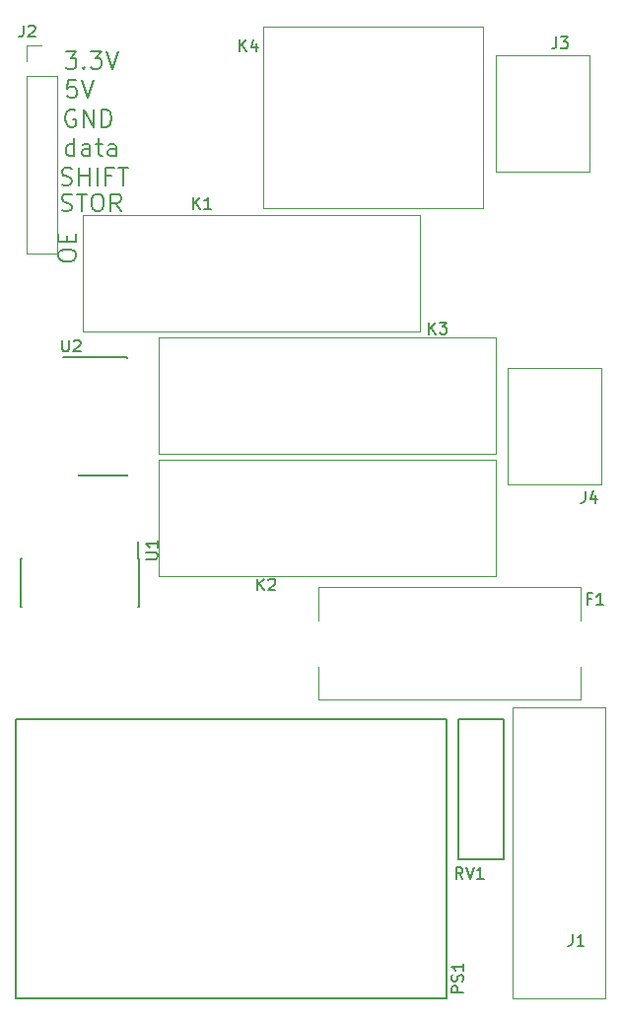
<source format=gbr>
G04 #@! TF.GenerationSoftware,KiCad,Pcbnew,5.0.2+dfsg1-1~bpo9+1*
G04 #@! TF.CreationDate,2019-02-03T14:49:37+01:00*
G04 #@! TF.ProjectId,rollershutter-light-control,726f6c6c-6572-4736-9875-747465722d6c,rev?*
G04 #@! TF.SameCoordinates,Original*
G04 #@! TF.FileFunction,Legend,Top*
G04 #@! TF.FilePolarity,Positive*
%FSLAX46Y46*%
G04 Gerber Fmt 4.6, Leading zero omitted, Abs format (unit mm)*
G04 Created by KiCad (PCBNEW 5.0.2+dfsg1-1~bpo9+1) date Sun 03 Feb 2019 02:49:37 PM CET*
%MOMM*%
%LPD*%
G01*
G04 APERTURE LIST*
%ADD10C,0.200000*%
%ADD11C,0.100000*%
%ADD12C,0.150000*%
%ADD13C,0.120000*%
G04 APERTURE END LIST*
D10*
X214714285Y-80607142D02*
X214928571Y-80678571D01*
X215285714Y-80678571D01*
X215428571Y-80607142D01*
X215500000Y-80535714D01*
X215571428Y-80392857D01*
X215571428Y-80250000D01*
X215500000Y-80107142D01*
X215428571Y-80035714D01*
X215285714Y-79964285D01*
X215000000Y-79892857D01*
X214857142Y-79821428D01*
X214785714Y-79750000D01*
X214714285Y-79607142D01*
X214714285Y-79464285D01*
X214785714Y-79321428D01*
X214857142Y-79250000D01*
X215000000Y-79178571D01*
X215357142Y-79178571D01*
X215571428Y-79250000D01*
X216214285Y-80678571D02*
X216214285Y-79178571D01*
X216214285Y-79892857D02*
X217071428Y-79892857D01*
X217071428Y-80678571D02*
X217071428Y-79178571D01*
X217785714Y-80678571D02*
X217785714Y-79178571D01*
X219000000Y-79892857D02*
X218500000Y-79892857D01*
X218500000Y-80678571D02*
X218500000Y-79178571D01*
X219214285Y-79178571D01*
X219571428Y-79178571D02*
X220428571Y-79178571D01*
X220000000Y-80678571D02*
X220000000Y-79178571D01*
X214714285Y-82857142D02*
X214928571Y-82928571D01*
X215285714Y-82928571D01*
X215428571Y-82857142D01*
X215500000Y-82785714D01*
X215571428Y-82642857D01*
X215571428Y-82500000D01*
X215500000Y-82357142D01*
X215428571Y-82285714D01*
X215285714Y-82214285D01*
X215000000Y-82142857D01*
X214857142Y-82071428D01*
X214785714Y-82000000D01*
X214714285Y-81857142D01*
X214714285Y-81714285D01*
X214785714Y-81571428D01*
X214857142Y-81500000D01*
X215000000Y-81428571D01*
X215357142Y-81428571D01*
X215571428Y-81500000D01*
X216000000Y-81428571D02*
X216857142Y-81428571D01*
X216428571Y-82928571D02*
X216428571Y-81428571D01*
X217642857Y-81428571D02*
X217928571Y-81428571D01*
X218071428Y-81500000D01*
X218214285Y-81642857D01*
X218285714Y-81928571D01*
X218285714Y-82428571D01*
X218214285Y-82714285D01*
X218071428Y-82857142D01*
X217928571Y-82928571D01*
X217642857Y-82928571D01*
X217500000Y-82857142D01*
X217357142Y-82714285D01*
X217285714Y-82428571D01*
X217285714Y-81928571D01*
X217357142Y-81642857D01*
X217500000Y-81500000D01*
X217642857Y-81428571D01*
X219785714Y-82928571D02*
X219285714Y-82214285D01*
X218928571Y-82928571D02*
X218928571Y-81428571D01*
X219500000Y-81428571D01*
X219642857Y-81500000D01*
X219714285Y-81571428D01*
X219785714Y-81714285D01*
X219785714Y-81928571D01*
X219714285Y-82071428D01*
X219642857Y-82142857D01*
X219500000Y-82214285D01*
X218928571Y-82214285D01*
X214428571Y-86821428D02*
X214428571Y-86535714D01*
X214500000Y-86392857D01*
X214642857Y-86250000D01*
X214928571Y-86178571D01*
X215428571Y-86178571D01*
X215714285Y-86250000D01*
X215857142Y-86392857D01*
X215928571Y-86535714D01*
X215928571Y-86821428D01*
X215857142Y-86964285D01*
X215714285Y-87107142D01*
X215428571Y-87178571D01*
X214928571Y-87178571D01*
X214642857Y-87107142D01*
X214500000Y-86964285D01*
X214428571Y-86821428D01*
X215142857Y-85535714D02*
X215142857Y-85035714D01*
X215928571Y-84821428D02*
X215928571Y-85535714D01*
X214428571Y-85535714D01*
X214428571Y-84821428D01*
X215785714Y-78178571D02*
X215785714Y-76678571D01*
X215785714Y-78107142D02*
X215642857Y-78178571D01*
X215357142Y-78178571D01*
X215214285Y-78107142D01*
X215142857Y-78035714D01*
X215071428Y-77892857D01*
X215071428Y-77464285D01*
X215142857Y-77321428D01*
X215214285Y-77250000D01*
X215357142Y-77178571D01*
X215642857Y-77178571D01*
X215785714Y-77250000D01*
X217142857Y-78178571D02*
X217142857Y-77392857D01*
X217071428Y-77250000D01*
X216928571Y-77178571D01*
X216642857Y-77178571D01*
X216500000Y-77250000D01*
X217142857Y-78107142D02*
X217000000Y-78178571D01*
X216642857Y-78178571D01*
X216500000Y-78107142D01*
X216428571Y-77964285D01*
X216428571Y-77821428D01*
X216500000Y-77678571D01*
X216642857Y-77607142D01*
X217000000Y-77607142D01*
X217142857Y-77535714D01*
X217642857Y-77178571D02*
X218214285Y-77178571D01*
X217857142Y-76678571D02*
X217857142Y-77964285D01*
X217928571Y-78107142D01*
X218071428Y-78178571D01*
X218214285Y-78178571D01*
X219357142Y-78178571D02*
X219357142Y-77392857D01*
X219285714Y-77250000D01*
X219142857Y-77178571D01*
X218857142Y-77178571D01*
X218714285Y-77250000D01*
X219357142Y-78107142D02*
X219214285Y-78178571D01*
X218857142Y-78178571D01*
X218714285Y-78107142D01*
X218642857Y-77964285D01*
X218642857Y-77821428D01*
X218714285Y-77678571D01*
X218857142Y-77607142D01*
X219214285Y-77607142D01*
X219357142Y-77535714D01*
X215857142Y-74250000D02*
X215714285Y-74178571D01*
X215500000Y-74178571D01*
X215285714Y-74250000D01*
X215142857Y-74392857D01*
X215071428Y-74535714D01*
X215000000Y-74821428D01*
X215000000Y-75035714D01*
X215071428Y-75321428D01*
X215142857Y-75464285D01*
X215285714Y-75607142D01*
X215500000Y-75678571D01*
X215642857Y-75678571D01*
X215857142Y-75607142D01*
X215928571Y-75535714D01*
X215928571Y-75035714D01*
X215642857Y-75035714D01*
X216571428Y-75678571D02*
X216571428Y-74178571D01*
X217428571Y-75678571D01*
X217428571Y-74178571D01*
X218142857Y-75678571D02*
X218142857Y-74178571D01*
X218500000Y-74178571D01*
X218714285Y-74250000D01*
X218857142Y-74392857D01*
X218928571Y-74535714D01*
X219000000Y-74821428D01*
X219000000Y-75035714D01*
X218928571Y-75321428D01*
X218857142Y-75464285D01*
X218714285Y-75607142D01*
X218500000Y-75678571D01*
X218142857Y-75678571D01*
X215964285Y-71678571D02*
X215250000Y-71678571D01*
X215178571Y-72392857D01*
X215250000Y-72321428D01*
X215392857Y-72250000D01*
X215750000Y-72250000D01*
X215892857Y-72321428D01*
X215964285Y-72392857D01*
X216035714Y-72535714D01*
X216035714Y-72892857D01*
X215964285Y-73035714D01*
X215892857Y-73107142D01*
X215750000Y-73178571D01*
X215392857Y-73178571D01*
X215250000Y-73107142D01*
X215178571Y-73035714D01*
X216464285Y-71678571D02*
X216964285Y-73178571D01*
X217464285Y-71678571D01*
X215035714Y-69178571D02*
X215964285Y-69178571D01*
X215464285Y-69750000D01*
X215678571Y-69750000D01*
X215821428Y-69821428D01*
X215892857Y-69892857D01*
X215964285Y-70035714D01*
X215964285Y-70392857D01*
X215892857Y-70535714D01*
X215821428Y-70607142D01*
X215678571Y-70678571D01*
X215250000Y-70678571D01*
X215107142Y-70607142D01*
X215035714Y-70535714D01*
X216607142Y-70535714D02*
X216678571Y-70607142D01*
X216607142Y-70678571D01*
X216535714Y-70607142D01*
X216607142Y-70535714D01*
X216607142Y-70678571D01*
X217178571Y-69178571D02*
X218107142Y-69178571D01*
X217607142Y-69750000D01*
X217821428Y-69750000D01*
X217964285Y-69821428D01*
X218035714Y-69892857D01*
X218107142Y-70035714D01*
X218107142Y-70392857D01*
X218035714Y-70535714D01*
X217964285Y-70607142D01*
X217821428Y-70678571D01*
X217392857Y-70678571D01*
X217250000Y-70607142D01*
X217178571Y-70535714D01*
X218535714Y-69178571D02*
X219035714Y-70678571D01*
X219535714Y-69178571D01*
D11*
G04 #@! TO.C,K4*
X232000000Y-74250000D02*
X232000000Y-67250000D01*
X232000000Y-82250000D02*
X232000000Y-74250000D01*
X232000000Y-67050000D02*
X232000000Y-67250000D01*
X250500000Y-82650000D02*
X249400000Y-82650000D01*
X232000000Y-67050000D02*
X250500000Y-67050000D01*
X232000000Y-82250000D02*
X232000000Y-82650000D01*
X249500000Y-82650000D02*
X232000000Y-82650000D01*
X250700000Y-82650000D02*
X250400000Y-82650000D01*
X250500000Y-67050000D02*
X250700000Y-67050000D01*
X250900000Y-82650000D02*
X250700000Y-82650000D01*
X250900000Y-67050000D02*
X250900000Y-82650000D01*
X250700000Y-67050000D02*
X250900000Y-67050000D01*
D12*
G04 #@! TO.C,PS1*
X247750000Y-126500000D02*
X247750000Y-150500000D01*
X216750000Y-126500000D02*
X247750000Y-126500000D01*
X210750000Y-126500000D02*
X216750000Y-126500000D01*
X210750000Y-150500000D02*
X210750000Y-126500000D01*
X247750000Y-150500000D02*
X210750000Y-150500000D01*
D13*
G04 #@! TO.C,J2*
X211670000Y-68670000D02*
X213000000Y-68670000D01*
X211670000Y-70000000D02*
X211670000Y-68670000D01*
X211670000Y-71270000D02*
X214330000Y-71270000D01*
X214330000Y-71270000D02*
X214330000Y-86570000D01*
X211670000Y-71270000D02*
X211670000Y-86570000D01*
X211670000Y-86570000D02*
X214330000Y-86570000D01*
D12*
G04 #@! TO.C,U2*
X216175000Y-95450000D02*
X214800000Y-95450000D01*
X216175000Y-105575000D02*
X220325000Y-105575000D01*
X216175000Y-95425000D02*
X220325000Y-95425000D01*
X216175000Y-105575000D02*
X216175000Y-105470000D01*
X220325000Y-105575000D02*
X220325000Y-105470000D01*
X220325000Y-95425000D02*
X220325000Y-95530000D01*
X216175000Y-95425000D02*
X216175000Y-95450000D01*
G04 #@! TO.C,U1*
X221300000Y-112675000D02*
X221300000Y-111300000D01*
X211175000Y-112675000D02*
X211175000Y-116825000D01*
X221325000Y-112675000D02*
X221325000Y-116825000D01*
X211175000Y-112675000D02*
X211280000Y-112675000D01*
X211175000Y-116825000D02*
X211280000Y-116825000D01*
X221325000Y-116825000D02*
X221220000Y-116825000D01*
X221325000Y-112675000D02*
X221300000Y-112675000D01*
D13*
G04 #@! TO.C,F1*
X236750000Y-124800000D02*
X236750000Y-122000000D01*
X236750000Y-124800000D02*
X259250000Y-124800000D01*
X236750000Y-115200000D02*
X259250000Y-115200000D01*
X236750000Y-118000000D02*
X236750000Y-115200000D01*
X259250000Y-118000000D02*
X259250000Y-115200000D01*
X259250000Y-124800000D02*
X259250000Y-122000000D01*
D11*
G04 #@! TO.C,K3*
X223000000Y-103750000D02*
X223000000Y-101750000D01*
X252000000Y-103750000D02*
X223000000Y-103750000D01*
X252000000Y-93750000D02*
X252000000Y-103750000D01*
X223000000Y-93750000D02*
X252000000Y-93750000D01*
X223000000Y-93750000D02*
X223000000Y-101750000D01*
G04 #@! TO.C,K2*
X223000000Y-114250000D02*
X223000000Y-112250000D01*
X252000000Y-114250000D02*
X223000000Y-114250000D01*
X252000000Y-104250000D02*
X252000000Y-114250000D01*
X223000000Y-104250000D02*
X252000000Y-104250000D01*
X223000000Y-104250000D02*
X223000000Y-112250000D01*
G04 #@! TO.C,K1*
X216500000Y-93250000D02*
X216500000Y-91250000D01*
X245500000Y-93250000D02*
X216500000Y-93250000D01*
X245500000Y-83250000D02*
X245500000Y-93250000D01*
X216500000Y-83250000D02*
X245500000Y-83250000D01*
X216500000Y-83250000D02*
X216500000Y-91250000D01*
D12*
G04 #@! TO.C,RV1*
X248750000Y-138500000D02*
X252650000Y-138500000D01*
X248750000Y-126500000D02*
X252650000Y-126500000D01*
X248750000Y-138500000D02*
X248750000Y-126500000D01*
X252650000Y-138500000D02*
X252650000Y-126500000D01*
D11*
G04 #@! TO.C,J4*
X261050000Y-103850000D02*
X261050000Y-98850000D01*
X261050000Y-106350000D02*
X261050000Y-103350000D01*
X257550000Y-106350000D02*
X261050000Y-106350000D01*
X261050000Y-96350000D02*
X261050000Y-98850000D01*
X257550000Y-96350000D02*
X261050000Y-96350000D01*
X253050000Y-103350000D02*
X253050000Y-96350000D01*
X253050000Y-102850000D02*
X253050000Y-106350000D01*
X253050000Y-96350000D02*
X257550000Y-96350000D01*
X253050000Y-106350000D02*
X257800000Y-106350000D01*
G04 #@! TO.C,J3*
X260000000Y-77000000D02*
X260000000Y-72000000D01*
X260000000Y-79500000D02*
X260000000Y-76500000D01*
X256500000Y-79500000D02*
X260000000Y-79500000D01*
X260000000Y-69500000D02*
X260000000Y-72000000D01*
X256500000Y-69500000D02*
X260000000Y-69500000D01*
X252000000Y-76500000D02*
X252000000Y-69500000D01*
X252000000Y-76000000D02*
X252000000Y-79500000D01*
X252000000Y-69500000D02*
X256500000Y-69500000D01*
X252000000Y-79500000D02*
X256750000Y-79500000D01*
G04 #@! TO.C,J1*
X261400000Y-148000000D02*
X261400000Y-143000000D01*
X261400000Y-150500000D02*
X261400000Y-147500000D01*
X257900000Y-150500000D02*
X261400000Y-150500000D01*
X261400000Y-140500000D02*
X261400000Y-143000000D01*
X261400000Y-125500000D02*
X257900000Y-125500000D01*
X261400000Y-140500000D02*
X261400000Y-125500000D01*
X253400000Y-138000000D02*
X253400000Y-125500000D01*
X253400000Y-125500000D02*
X257900000Y-125500000D01*
X253400000Y-138000000D02*
X253400000Y-150500000D01*
X253400000Y-150500000D02*
X258400000Y-150500000D01*
G04 #@! TO.C,K4*
D12*
X230011904Y-69202380D02*
X230011904Y-68202380D01*
X230583333Y-69202380D02*
X230154761Y-68630952D01*
X230583333Y-68202380D02*
X230011904Y-68773809D01*
X231440476Y-68535714D02*
X231440476Y-69202380D01*
X231202380Y-68154761D02*
X230964285Y-68869047D01*
X231583333Y-68869047D01*
G04 #@! TO.C,PS1*
X249202380Y-149964285D02*
X248202380Y-149964285D01*
X248202380Y-149583333D01*
X248250000Y-149488095D01*
X248297619Y-149440476D01*
X248392857Y-149392857D01*
X248535714Y-149392857D01*
X248630952Y-149440476D01*
X248678571Y-149488095D01*
X248726190Y-149583333D01*
X248726190Y-149964285D01*
X249154761Y-149011904D02*
X249202380Y-148869047D01*
X249202380Y-148630952D01*
X249154761Y-148535714D01*
X249107142Y-148488095D01*
X249011904Y-148440476D01*
X248916666Y-148440476D01*
X248821428Y-148488095D01*
X248773809Y-148535714D01*
X248726190Y-148630952D01*
X248678571Y-148821428D01*
X248630952Y-148916666D01*
X248583333Y-148964285D01*
X248488095Y-149011904D01*
X248392857Y-149011904D01*
X248297619Y-148964285D01*
X248250000Y-148916666D01*
X248202380Y-148821428D01*
X248202380Y-148583333D01*
X248250000Y-148440476D01*
X249202380Y-147488095D02*
X249202380Y-148059523D01*
X249202380Y-147773809D02*
X248202380Y-147773809D01*
X248345238Y-147869047D01*
X248440476Y-147964285D01*
X248488095Y-148059523D01*
G04 #@! TO.C,J2*
X211416666Y-66952380D02*
X211416666Y-67666666D01*
X211369047Y-67809523D01*
X211273809Y-67904761D01*
X211130952Y-67952380D01*
X211035714Y-67952380D01*
X211845238Y-67047619D02*
X211892857Y-67000000D01*
X211988095Y-66952380D01*
X212226190Y-66952380D01*
X212321428Y-67000000D01*
X212369047Y-67047619D01*
X212416666Y-67142857D01*
X212416666Y-67238095D01*
X212369047Y-67380952D01*
X211797619Y-67952380D01*
X212416666Y-67952380D01*
G04 #@! TO.C,U2*
X214738095Y-93952380D02*
X214738095Y-94761904D01*
X214785714Y-94857142D01*
X214833333Y-94904761D01*
X214928571Y-94952380D01*
X215119047Y-94952380D01*
X215214285Y-94904761D01*
X215261904Y-94857142D01*
X215309523Y-94761904D01*
X215309523Y-93952380D01*
X215738095Y-94047619D02*
X215785714Y-94000000D01*
X215880952Y-93952380D01*
X216119047Y-93952380D01*
X216214285Y-94000000D01*
X216261904Y-94047619D01*
X216309523Y-94142857D01*
X216309523Y-94238095D01*
X216261904Y-94380952D01*
X215690476Y-94952380D01*
X216309523Y-94952380D01*
G04 #@! TO.C,U1*
X221952380Y-112761904D02*
X222761904Y-112761904D01*
X222857142Y-112714285D01*
X222904761Y-112666666D01*
X222952380Y-112571428D01*
X222952380Y-112380952D01*
X222904761Y-112285714D01*
X222857142Y-112238095D01*
X222761904Y-112190476D01*
X221952380Y-112190476D01*
X222952380Y-111190476D02*
X222952380Y-111761904D01*
X222952380Y-111476190D02*
X221952380Y-111476190D01*
X222095238Y-111571428D01*
X222190476Y-111666666D01*
X222238095Y-111761904D01*
G04 #@! TO.C,F1*
X260166666Y-116178571D02*
X259833333Y-116178571D01*
X259833333Y-116702380D02*
X259833333Y-115702380D01*
X260309523Y-115702380D01*
X261214285Y-116702380D02*
X260642857Y-116702380D01*
X260928571Y-116702380D02*
X260928571Y-115702380D01*
X260833333Y-115845238D01*
X260738095Y-115940476D01*
X260642857Y-115988095D01*
G04 #@! TO.C,K3*
X246261904Y-93452380D02*
X246261904Y-92452380D01*
X246833333Y-93452380D02*
X246404761Y-92880952D01*
X246833333Y-92452380D02*
X246261904Y-93023809D01*
X247166666Y-92452380D02*
X247785714Y-92452380D01*
X247452380Y-92833333D01*
X247595238Y-92833333D01*
X247690476Y-92880952D01*
X247738095Y-92928571D01*
X247785714Y-93023809D01*
X247785714Y-93261904D01*
X247738095Y-93357142D01*
X247690476Y-93404761D01*
X247595238Y-93452380D01*
X247309523Y-93452380D01*
X247214285Y-93404761D01*
X247166666Y-93357142D01*
G04 #@! TO.C,K2*
X231511904Y-115452380D02*
X231511904Y-114452380D01*
X232083333Y-115452380D02*
X231654761Y-114880952D01*
X232083333Y-114452380D02*
X231511904Y-115023809D01*
X232464285Y-114547619D02*
X232511904Y-114500000D01*
X232607142Y-114452380D01*
X232845238Y-114452380D01*
X232940476Y-114500000D01*
X232988095Y-114547619D01*
X233035714Y-114642857D01*
X233035714Y-114738095D01*
X232988095Y-114880952D01*
X232416666Y-115452380D01*
X233035714Y-115452380D01*
G04 #@! TO.C,K1*
X226011904Y-82702380D02*
X226011904Y-81702380D01*
X226583333Y-82702380D02*
X226154761Y-82130952D01*
X226583333Y-81702380D02*
X226011904Y-82273809D01*
X227535714Y-82702380D02*
X226964285Y-82702380D01*
X227250000Y-82702380D02*
X227250000Y-81702380D01*
X227154761Y-81845238D01*
X227059523Y-81940476D01*
X226964285Y-81988095D01*
G04 #@! TO.C,RV1*
X249154761Y-140202380D02*
X248821428Y-139726190D01*
X248583333Y-140202380D02*
X248583333Y-139202380D01*
X248964285Y-139202380D01*
X249059523Y-139250000D01*
X249107142Y-139297619D01*
X249154761Y-139392857D01*
X249154761Y-139535714D01*
X249107142Y-139630952D01*
X249059523Y-139678571D01*
X248964285Y-139726190D01*
X248583333Y-139726190D01*
X249440476Y-139202380D02*
X249773809Y-140202380D01*
X250107142Y-139202380D01*
X250964285Y-140202380D02*
X250392857Y-140202380D01*
X250678571Y-140202380D02*
X250678571Y-139202380D01*
X250583333Y-139345238D01*
X250488095Y-139440476D01*
X250392857Y-139488095D01*
G04 #@! TO.C,J4*
X259666666Y-106952380D02*
X259666666Y-107666666D01*
X259619047Y-107809523D01*
X259523809Y-107904761D01*
X259380952Y-107952380D01*
X259285714Y-107952380D01*
X260571428Y-107285714D02*
X260571428Y-107952380D01*
X260333333Y-106904761D02*
X260095238Y-107619047D01*
X260714285Y-107619047D01*
G04 #@! TO.C,J3*
X257166666Y-67952380D02*
X257166666Y-68666666D01*
X257119047Y-68809523D01*
X257023809Y-68904761D01*
X256880952Y-68952380D01*
X256785714Y-68952380D01*
X257547619Y-67952380D02*
X258166666Y-67952380D01*
X257833333Y-68333333D01*
X257976190Y-68333333D01*
X258071428Y-68380952D01*
X258119047Y-68428571D01*
X258166666Y-68523809D01*
X258166666Y-68761904D01*
X258119047Y-68857142D01*
X258071428Y-68904761D01*
X257976190Y-68952380D01*
X257690476Y-68952380D01*
X257595238Y-68904761D01*
X257547619Y-68857142D01*
G04 #@! TO.C,J1*
X258566666Y-144952380D02*
X258566666Y-145666666D01*
X258519047Y-145809523D01*
X258423809Y-145904761D01*
X258280952Y-145952380D01*
X258185714Y-145952380D01*
X259566666Y-145952380D02*
X258995238Y-145952380D01*
X259280952Y-145952380D02*
X259280952Y-144952380D01*
X259185714Y-145095238D01*
X259090476Y-145190476D01*
X258995238Y-145238095D01*
G04 #@! TD*
M02*

</source>
